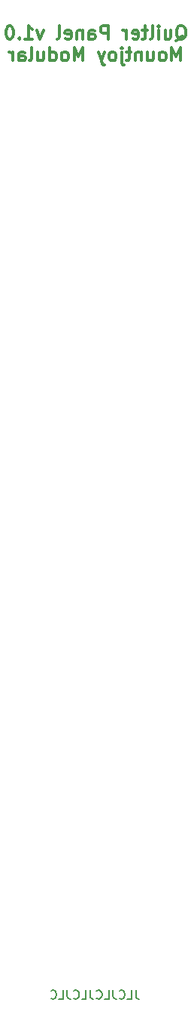
<source format=gbr>
%TF.GenerationSoftware,KiCad,Pcbnew,(6.0.11)*%
%TF.CreationDate,2023-03-01T17:36:46+00:00*%
%TF.ProjectId,Quilter_Panel,5175696c-7465-4725-9f50-616e656c2e6b,rev?*%
%TF.SameCoordinates,Original*%
%TF.FileFunction,Legend,Bot*%
%TF.FilePolarity,Positive*%
%FSLAX46Y46*%
G04 Gerber Fmt 4.6, Leading zero omitted, Abs format (unit mm)*
G04 Created by KiCad (PCBNEW (6.0.11)) date 2023-03-01 17:36:46*
%MOMM*%
%LPD*%
G01*
G04 APERTURE LIST*
%ADD10C,0.300000*%
%ADD11C,0.150000*%
G04 APERTURE END LIST*
D10*
X79335714Y-45913928D02*
X79478571Y-45842500D01*
X79621428Y-45699642D01*
X79835714Y-45485357D01*
X79978571Y-45413928D01*
X80121428Y-45413928D01*
X80050000Y-45771071D02*
X80192857Y-45699642D01*
X80335714Y-45556785D01*
X80407142Y-45271071D01*
X80407142Y-44771071D01*
X80335714Y-44485357D01*
X80192857Y-44342500D01*
X80050000Y-44271071D01*
X79764285Y-44271071D01*
X79621428Y-44342500D01*
X79478571Y-44485357D01*
X79407142Y-44771071D01*
X79407142Y-45271071D01*
X79478571Y-45556785D01*
X79621428Y-45699642D01*
X79764285Y-45771071D01*
X80050000Y-45771071D01*
X78121428Y-44771071D02*
X78121428Y-45771071D01*
X78764285Y-44771071D02*
X78764285Y-45556785D01*
X78692857Y-45699642D01*
X78550000Y-45771071D01*
X78335714Y-45771071D01*
X78192857Y-45699642D01*
X78121428Y-45628214D01*
X77407142Y-45771071D02*
X77407142Y-44771071D01*
X77407142Y-44271071D02*
X77478571Y-44342500D01*
X77407142Y-44413928D01*
X77335714Y-44342500D01*
X77407142Y-44271071D01*
X77407142Y-44413928D01*
X76478571Y-45771071D02*
X76621428Y-45699642D01*
X76692857Y-45556785D01*
X76692857Y-44271071D01*
X76121428Y-44771071D02*
X75550000Y-44771071D01*
X75907142Y-44271071D02*
X75907142Y-45556785D01*
X75835714Y-45699642D01*
X75692857Y-45771071D01*
X75550000Y-45771071D01*
X74478571Y-45699642D02*
X74621428Y-45771071D01*
X74907142Y-45771071D01*
X75050000Y-45699642D01*
X75121428Y-45556785D01*
X75121428Y-44985357D01*
X75050000Y-44842500D01*
X74907142Y-44771071D01*
X74621428Y-44771071D01*
X74478571Y-44842500D01*
X74407142Y-44985357D01*
X74407142Y-45128214D01*
X75121428Y-45271071D01*
X73764285Y-45771071D02*
X73764285Y-44771071D01*
X73764285Y-45056785D02*
X73692857Y-44913928D01*
X73621428Y-44842500D01*
X73478571Y-44771071D01*
X73335714Y-44771071D01*
X71692857Y-45771071D02*
X71692857Y-44271071D01*
X71121428Y-44271071D01*
X70978571Y-44342500D01*
X70907142Y-44413928D01*
X70835714Y-44556785D01*
X70835714Y-44771071D01*
X70907142Y-44913928D01*
X70978571Y-44985357D01*
X71121428Y-45056785D01*
X71692857Y-45056785D01*
X69550000Y-45771071D02*
X69550000Y-44985357D01*
X69621428Y-44842500D01*
X69764285Y-44771071D01*
X70050000Y-44771071D01*
X70192857Y-44842500D01*
X69550000Y-45699642D02*
X69692857Y-45771071D01*
X70050000Y-45771071D01*
X70192857Y-45699642D01*
X70264285Y-45556785D01*
X70264285Y-45413928D01*
X70192857Y-45271071D01*
X70050000Y-45199642D01*
X69692857Y-45199642D01*
X69550000Y-45128214D01*
X68835714Y-44771071D02*
X68835714Y-45771071D01*
X68835714Y-44913928D02*
X68764285Y-44842500D01*
X68621428Y-44771071D01*
X68407142Y-44771071D01*
X68264285Y-44842500D01*
X68192857Y-44985357D01*
X68192857Y-45771071D01*
X66907142Y-45699642D02*
X67050000Y-45771071D01*
X67335714Y-45771071D01*
X67478571Y-45699642D01*
X67550000Y-45556785D01*
X67550000Y-44985357D01*
X67478571Y-44842500D01*
X67335714Y-44771071D01*
X67050000Y-44771071D01*
X66907142Y-44842500D01*
X66835714Y-44985357D01*
X66835714Y-45128214D01*
X67550000Y-45271071D01*
X65978571Y-45771071D02*
X66121428Y-45699642D01*
X66192857Y-45556785D01*
X66192857Y-44271071D01*
X64407142Y-44771071D02*
X64050000Y-45771071D01*
X63692857Y-44771071D01*
X62335714Y-45771071D02*
X63192857Y-45771071D01*
X62764285Y-45771071D02*
X62764285Y-44271071D01*
X62907142Y-44485357D01*
X63050000Y-44628214D01*
X63192857Y-44699642D01*
X61692857Y-45628214D02*
X61621428Y-45699642D01*
X61692857Y-45771071D01*
X61764285Y-45699642D01*
X61692857Y-45628214D01*
X61692857Y-45771071D01*
X60692857Y-44271071D02*
X60550000Y-44271071D01*
X60407142Y-44342500D01*
X60335714Y-44413928D01*
X60264285Y-44556785D01*
X60192857Y-44842500D01*
X60192857Y-45199642D01*
X60264285Y-45485357D01*
X60335714Y-45628214D01*
X60407142Y-45699642D01*
X60550000Y-45771071D01*
X60692857Y-45771071D01*
X60835714Y-45699642D01*
X60907142Y-45628214D01*
X60978571Y-45485357D01*
X61050000Y-45199642D01*
X61050000Y-44842500D01*
X60978571Y-44556785D01*
X60907142Y-44413928D01*
X60835714Y-44342500D01*
X60692857Y-44271071D01*
X79871428Y-48186071D02*
X79871428Y-46686071D01*
X79371428Y-47757500D01*
X78871428Y-46686071D01*
X78871428Y-48186071D01*
X77942857Y-48186071D02*
X78085714Y-48114642D01*
X78157142Y-48043214D01*
X78228571Y-47900357D01*
X78228571Y-47471785D01*
X78157142Y-47328928D01*
X78085714Y-47257500D01*
X77942857Y-47186071D01*
X77728571Y-47186071D01*
X77585714Y-47257500D01*
X77514285Y-47328928D01*
X77442857Y-47471785D01*
X77442857Y-47900357D01*
X77514285Y-48043214D01*
X77585714Y-48114642D01*
X77728571Y-48186071D01*
X77942857Y-48186071D01*
X76157142Y-47186071D02*
X76157142Y-48186071D01*
X76800000Y-47186071D02*
X76800000Y-47971785D01*
X76728571Y-48114642D01*
X76585714Y-48186071D01*
X76371428Y-48186071D01*
X76228571Y-48114642D01*
X76157142Y-48043214D01*
X75442857Y-47186071D02*
X75442857Y-48186071D01*
X75442857Y-47328928D02*
X75371428Y-47257500D01*
X75228571Y-47186071D01*
X75014285Y-47186071D01*
X74871428Y-47257500D01*
X74800000Y-47400357D01*
X74800000Y-48186071D01*
X74300000Y-47186071D02*
X73728571Y-47186071D01*
X74085714Y-46686071D02*
X74085714Y-47971785D01*
X74014285Y-48114642D01*
X73871428Y-48186071D01*
X73728571Y-48186071D01*
X73228571Y-47186071D02*
X73228571Y-48471785D01*
X73300000Y-48614642D01*
X73442857Y-48686071D01*
X73514285Y-48686071D01*
X73228571Y-46686071D02*
X73300000Y-46757500D01*
X73228571Y-46828928D01*
X73157142Y-46757500D01*
X73228571Y-46686071D01*
X73228571Y-46828928D01*
X72300000Y-48186071D02*
X72442857Y-48114642D01*
X72514285Y-48043214D01*
X72585714Y-47900357D01*
X72585714Y-47471785D01*
X72514285Y-47328928D01*
X72442857Y-47257500D01*
X72300000Y-47186071D01*
X72085714Y-47186071D01*
X71942857Y-47257500D01*
X71871428Y-47328928D01*
X71800000Y-47471785D01*
X71800000Y-47900357D01*
X71871428Y-48043214D01*
X71942857Y-48114642D01*
X72085714Y-48186071D01*
X72300000Y-48186071D01*
X71300000Y-47186071D02*
X70942857Y-48186071D01*
X70585714Y-47186071D02*
X70942857Y-48186071D01*
X71085714Y-48543214D01*
X71157142Y-48614642D01*
X71300000Y-48686071D01*
X68871428Y-48186071D02*
X68871428Y-46686071D01*
X68371428Y-47757500D01*
X67871428Y-46686071D01*
X67871428Y-48186071D01*
X66942857Y-48186071D02*
X67085714Y-48114642D01*
X67157142Y-48043214D01*
X67228571Y-47900357D01*
X67228571Y-47471785D01*
X67157142Y-47328928D01*
X67085714Y-47257500D01*
X66942857Y-47186071D01*
X66728571Y-47186071D01*
X66585714Y-47257500D01*
X66514285Y-47328928D01*
X66442857Y-47471785D01*
X66442857Y-47900357D01*
X66514285Y-48043214D01*
X66585714Y-48114642D01*
X66728571Y-48186071D01*
X66942857Y-48186071D01*
X65157142Y-48186071D02*
X65157142Y-46686071D01*
X65157142Y-48114642D02*
X65300000Y-48186071D01*
X65585714Y-48186071D01*
X65728571Y-48114642D01*
X65800000Y-48043214D01*
X65871428Y-47900357D01*
X65871428Y-47471785D01*
X65800000Y-47328928D01*
X65728571Y-47257500D01*
X65585714Y-47186071D01*
X65300000Y-47186071D01*
X65157142Y-47257500D01*
X63800000Y-47186071D02*
X63800000Y-48186071D01*
X64442857Y-47186071D02*
X64442857Y-47971785D01*
X64371428Y-48114642D01*
X64228571Y-48186071D01*
X64014285Y-48186071D01*
X63871428Y-48114642D01*
X63800000Y-48043214D01*
X62871428Y-48186071D02*
X63014285Y-48114642D01*
X63085714Y-47971785D01*
X63085714Y-46686071D01*
X61657142Y-48186071D02*
X61657142Y-47400357D01*
X61728571Y-47257500D01*
X61871428Y-47186071D01*
X62157142Y-47186071D01*
X62300000Y-47257500D01*
X61657142Y-48114642D02*
X61800000Y-48186071D01*
X62157142Y-48186071D01*
X62300000Y-48114642D01*
X62371428Y-47971785D01*
X62371428Y-47828928D01*
X62300000Y-47686071D01*
X62157142Y-47614642D01*
X61800000Y-47614642D01*
X61657142Y-47543214D01*
X60942857Y-48186071D02*
X60942857Y-47186071D01*
X60942857Y-47471785D02*
X60871428Y-47328928D01*
X60800000Y-47257500D01*
X60657142Y-47186071D01*
X60514285Y-47186071D01*
D11*
X74819047Y-152452380D02*
X74819047Y-153166666D01*
X74866666Y-153309523D01*
X74961904Y-153404761D01*
X75104761Y-153452380D01*
X75200000Y-153452380D01*
X73866666Y-153452380D02*
X74342857Y-153452380D01*
X74342857Y-152452380D01*
X72961904Y-153357142D02*
X73009523Y-153404761D01*
X73152380Y-153452380D01*
X73247619Y-153452380D01*
X73390476Y-153404761D01*
X73485714Y-153309523D01*
X73533333Y-153214285D01*
X73580952Y-153023809D01*
X73580952Y-152880952D01*
X73533333Y-152690476D01*
X73485714Y-152595238D01*
X73390476Y-152500000D01*
X73247619Y-152452380D01*
X73152380Y-152452380D01*
X73009523Y-152500000D01*
X72961904Y-152547619D01*
X72247619Y-152452380D02*
X72247619Y-153166666D01*
X72295238Y-153309523D01*
X72390476Y-153404761D01*
X72533333Y-153452380D01*
X72628571Y-153452380D01*
X71295238Y-153452380D02*
X71771428Y-153452380D01*
X71771428Y-152452380D01*
X70390476Y-153357142D02*
X70438095Y-153404761D01*
X70580952Y-153452380D01*
X70676190Y-153452380D01*
X70819047Y-153404761D01*
X70914285Y-153309523D01*
X70961904Y-153214285D01*
X71009523Y-153023809D01*
X71009523Y-152880952D01*
X70961904Y-152690476D01*
X70914285Y-152595238D01*
X70819047Y-152500000D01*
X70676190Y-152452380D01*
X70580952Y-152452380D01*
X70438095Y-152500000D01*
X70390476Y-152547619D01*
X69676190Y-152452380D02*
X69676190Y-153166666D01*
X69723809Y-153309523D01*
X69819047Y-153404761D01*
X69961904Y-153452380D01*
X70057142Y-153452380D01*
X68723809Y-153452380D02*
X69200000Y-153452380D01*
X69200000Y-152452380D01*
X67819047Y-153357142D02*
X67866666Y-153404761D01*
X68009523Y-153452380D01*
X68104761Y-153452380D01*
X68247619Y-153404761D01*
X68342857Y-153309523D01*
X68390476Y-153214285D01*
X68438095Y-153023809D01*
X68438095Y-152880952D01*
X68390476Y-152690476D01*
X68342857Y-152595238D01*
X68247619Y-152500000D01*
X68104761Y-152452380D01*
X68009523Y-152452380D01*
X67866666Y-152500000D01*
X67819047Y-152547619D01*
X67104761Y-152452380D02*
X67104761Y-153166666D01*
X67152380Y-153309523D01*
X67247619Y-153404761D01*
X67390476Y-153452380D01*
X67485714Y-153452380D01*
X66152380Y-153452380D02*
X66628571Y-153452380D01*
X66628571Y-152452380D01*
X65247619Y-153357142D02*
X65295238Y-153404761D01*
X65438095Y-153452380D01*
X65533333Y-153452380D01*
X65676190Y-153404761D01*
X65771428Y-153309523D01*
X65819047Y-153214285D01*
X65866666Y-153023809D01*
X65866666Y-152880952D01*
X65819047Y-152690476D01*
X65771428Y-152595238D01*
X65676190Y-152500000D01*
X65533333Y-152452380D01*
X65438095Y-152452380D01*
X65295238Y-152500000D01*
X65247619Y-152547619D01*
M02*

</source>
